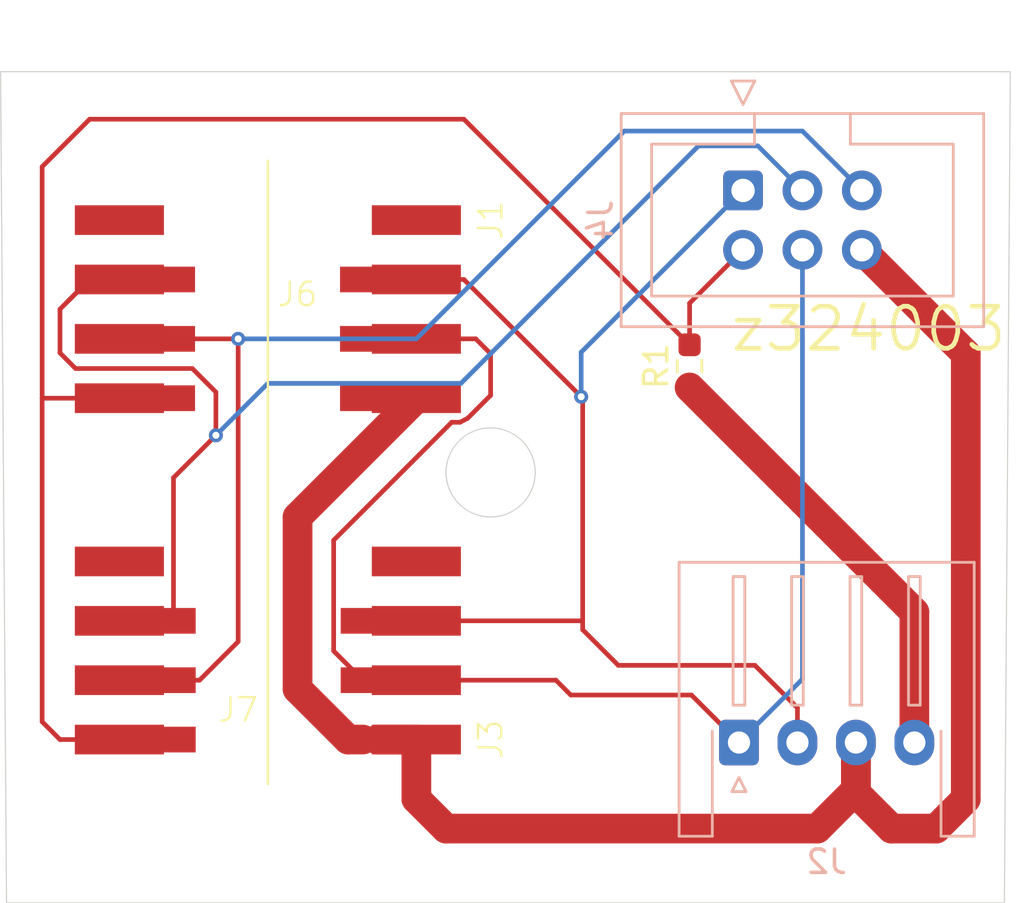
<source format=kicad_pcb>
(kicad_pcb (version 20241229) (generator "pcbnew") (generator_version "9.0")
  (layers (0 "F.Cu" signal) (2 "B.Cu" signal) (13 "F.Paste" user) (15 "B.Paste" user) (5 "F.SilkS" user "F.Silkscreen") (7 "B.SilkS" user "B.Silkscreen") (1 "F.Mask" user) (3 "B.Mask" user) (25 "Edge.Cuts" user))
  (net 0 "")
  (net 1 "GND")
  (net 2 "VCC")
  (net 3 "SCK")
  (net 4 "RST")
  (net 5 "MISO")
  (net 6 "MOSI")
  (net 11 "+12V")
  (footprint "Resistor_SMD:R_0603_1608Metric_Pad0.98x0.95mm_HandSolder" (layer "F.Cu") (at 139.954 142.1365 90)
    (property "Reference" "R1" (at 0 -1.43 90) (layer "F.SilkS"))
    (property "Value" "270")
    (fp_line (start -0.254724 -0.5225) (end 0.254724 -0.5225) (stroke (width 0.12)) (layer "F.SilkS"))
    (fp_line (start -0.254724 0.5225) (end 0.254724 0.5225) (stroke (width 0.12)) (layer "F.SilkS"))
    (pad "1" smd roundrect (at -0.9125 0 90) (size 0.975 0.95) (layers "F.Cu" "F.Mask" "F.Paste") (net 11 "+12V"))
    (pad "2" smd roundrect (at 0.9125 0 90) (size 0.975 0.95) (layers "F.Cu" "F.Mask" "F.Paste") (net 2 "VCC"))
  )
  (footprint "SIM:4FF-SIM" (layer "F.Cu") (at 121.934 149.225)
    (property "Reference" "J7" (at -1.284 7.62 0) (layer "F.SilkS") (effects (font (thickness 0.1))))
    (property "Value" "Conn_02x03_Top_Bottom")
    (pad "1" smd rect (at -4.05 8.89) (size 1.9 1.1) (layers "F.Cu" "F.Mask" "F.Paste") (net 2 "VCC"))
    (pad "2" smd rect (at -4.05 6.35) (size 1.9 1.1) (layers "F.Cu" "F.Mask" "F.Paste") (net 4 "RST"))
    (pad "3" smd rect (at -4.05 3.81) (size 1.9 1.1) (layers "F.Cu" "F.Mask" "F.Paste") (net 3 "SCK"))
    (pad "4" smd rect (at 4.05 8.89) (size 1.9 1.1) (layers "F.Cu" "F.Mask" "F.Paste") (net 1 "GND"))
    (pad "5" smd rect (at 4.05 6.35) (size 1.9 1.1) (layers "F.Cu" "F.Mask" "F.Paste") (net 6 "MOSI"))
    (pad "6" smd rect (at 4.05 3.81) (size 1.9 1.1) (layers "F.Cu" "F.Mask" "F.Paste") (net 5 "MISO"))
  )
  (footprint "SIM:SIMsocket" (layer "F.Cu") (at 112.395 153.035 90)
    (property "Reference" "J3" (at -5.08 19.05 90) (layer "F.SilkS") (effects (font (thickness 0.1))))
    (property "Value" "Conn_02x04_Counter_Clockwise")
    (pad "1" smd rect (at -5.08 15.875 90) (size 1.27 3.81) (layers "F.Cu" "F.Mask") (net 1 "GND"))
    (pad "2" smd rect (at -2.54 15.875 90) (size 1.27 3.81) (layers "F.Cu" "F.Mask") (net 6 "MOSI"))
    (pad "3" smd rect (at 0 15.875 90) (size 1.27 3.81) (layers "F.Cu" "F.Mask") (net 5 "MISO"))
    (pad "4" smd rect (at 2.54 15.875 90) (size 1.27 3.81) (layers "F.Cu" "F.Mask"))
    (pad "5" smd rect (at 2.54 3.175 90) (size 1.27 3.81) (layers "F.Cu" "F.Mask"))
    (pad "6" smd rect (at 0 3.175 90) (size 1.27 3.81) (layers "F.Cu" "F.Mask") (net 3 "SCK"))
    (pad "7" smd rect (at -2.54 3.175 90) (size 1.27 3.81) (layers "F.Cu" "F.Mask") (net 4 "RST"))
    (pad "8" smd rect (at -5.08 3.175 90) (size 1.27 3.81) (layers "F.Cu" "F.Mask") (net 2 "VCC"))
  )
  (footprint "SIM:SIMsocket" (layer "F.Cu") (at 112.395 138.43 90)
    (property "Reference" "J1" (at 2.54 19.05 90) (layer "F.SilkS") (effects (font (thickness 0.1))))
    (property "Value" "Conn_02x04_Counter_Clockwise")
    (pad "1" smd rect (at -5.08 15.875 90) (size 1.27 3.81) (layers "F.Cu" "F.Mask") (net 1 "GND"))
    (pad "2" smd rect (at -2.54 15.875 90) (size 1.27 3.81) (layers "F.Cu" "F.Mask") (net 6 "MOSI"))
    (pad "3" smd rect (at 0 15.875 90) (size 1.27 3.81) (layers "F.Cu" "F.Mask") (net 5 "MISO"))
    (pad "4" smd rect (at 2.54 15.875 90) (size 1.27 3.81) (layers "F.Cu" "F.Mask"))
    (pad "5" smd rect (at 2.54 3.175 90) (size 1.27 3.81) (layers "F.Cu" "F.Mask"))
    (pad "6" smd rect (at 0 3.175 90) (size 1.27 3.81) (layers "F.Cu" "F.Mask") (net 3 "SCK"))
    (pad "7" smd rect (at -2.54 3.175 90) (size 1.27 3.81) (layers "F.Cu" "F.Mask") (net 4 "RST"))
    (pad "8" smd rect (at -5.08 3.175 90) (size 1.27 3.81) (layers "F.Cu" "F.Mask") (net 2 "VCC"))
  )
  (footprint "SIM:4FF-SIM" (layer "F.Cu") (at 121.906 134.62)
    (property "Reference" "J6" (at 1.284 4.445 0) (layer "F.SilkS") (effects (font (thickness 0.1))))
    (property "Value" "Conn_02x03_Top_Bottom")
    (pad "1" smd rect (at -4.05 8.89) (size 1.9 1.1) (layers "F.Cu" "F.Mask" "F.Paste") (net 2 "VCC"))
    (pad "2" smd rect (at -4.05 6.35) (size 1.9 1.1) (layers "F.Cu" "F.Mask" "F.Paste") (net 4 "RST"))
    (pad "3" smd rect (at -4.05 3.81) (size 1.9 1.1) (layers "F.Cu" "F.Mask" "F.Paste") (net 3 "SCK"))
    (pad "4" smd rect (at 4.05 8.89) (size 1.9 1.1) (layers "F.Cu" "F.Mask" "F.Paste") (net 1 "GND"))
    (pad "5" smd rect (at 4.05 6.35) (size 1.9 1.1) (layers "F.Cu" "F.Mask" "F.Paste") (net 6 "MOSI"))
    (pad "6" smd rect (at 4.05 3.81) (size 1.9 1.1) (layers "F.Cu" "F.Mask" "F.Paste") (net 5 "MISO"))
  )
  (footprint "Connector_IDC:IDC-Header_2x03_P2.54mm_Vertical" (layer "B.Cu") (at 142.24 134.62 -90)
    (property "Reference" "J4" (at 1.27 6.1 90) (layer "B.SilkS") (effects (justify mirror)))
    (property "Value" "Conn_02x03_Odd_Even")
    (fp_line (start -3.29 5.21) (end 5.83 5.21) (stroke (width 0.12)) (layer "B.SilkS"))
    (fp_line (start 5.83 5.21) (end 5.83 -10.29) (stroke (width 0.12)) (layer "B.SilkS"))
    (fp_line (start -1.98 3.91) (end 4.52 3.91) (stroke (width 0.12)) (layer "B.SilkS"))
    (fp_line (start 4.52 3.91) (end 4.52 -8.99) (stroke (width 0.12)) (layer "B.SilkS"))
    (fp_line (start -4.68 0.5) (end -4.68 -0.5) (stroke (width 0.12)) (layer "B.SilkS"))
    (fp_line (start -3.68 0) (end -4.68 0.5) (stroke (width 0.12)) (layer "B.SilkS"))
    (fp_line (start -3.29 -0.49) (end -1.98 -0.49) (stroke (width 0.12)) (layer "B.SilkS"))
    (fp_line (start -1.98 -0.49) (end -1.98 3.91) (stroke (width 0.12)) (layer "B.SilkS"))
    (fp_line (start -4.68 -0.5) (end -3.68 0) (stroke (width 0.12)) (layer "B.SilkS"))
    (fp_line (start -1.98 -4.59) (end -3.29 -4.59) (stroke (width 0.12)) (layer "B.SilkS"))
    (fp_line (start -1.98 -4.59) (end -1.98 -4.59) (stroke (width 0.12)) (layer "B.SilkS"))
    (fp_line (start -1.98 -8.99) (end -1.98 -4.59) (stroke (width 0.12)) (layer "B.SilkS"))
    (fp_line (start 4.52 -8.99) (end -1.98 -8.99) (stroke (width 0.12)) (layer "B.SilkS"))
    (fp_line (start -3.29 -10.29) (end -3.29 5.21) (stroke (width 0.12)) (layer "B.SilkS"))
    (fp_line (start 5.83 -10.29) (end -3.29 -10.29) (stroke (width 0.12)) (layer "B.SilkS"))
    (pad "1" thru_hole roundrect (at 0 0 270) (size 1.7 1.7) (drill 1) (layers "*.Cu" "*.Mask") (roundrect_rratio 0.147059) (net 5 "MISO"))
    (pad "2" thru_hole circle (at 2.54 0 270) (size 1.7 1.7) (drill 1) (layers "*.Cu" "*.Mask") (net 2 "VCC"))
    (pad "3" thru_hole circle (at 0 -2.54 270) (size 1.7 1.7) (drill 1) (layers "*.Cu" "*.Mask") (net 3 "SCK"))
    (pad "4" thru_hole circle (at 2.54 -2.54 270) (size 1.7 1.7) (drill 1) (layers "*.Cu" "*.Mask") (net 6 "MOSI"))
    (pad "5" thru_hole circle (at 0 -5.08 270) (size 1.7 1.7) (drill 1) (layers "*.Cu" "*.Mask") (net 4 "RST"))
    (pad "6" thru_hole circle (at 2.54 -5.08 270) (size 1.7 1.7) (drill 1) (layers "*.Cu" "*.Mask") (net 1 "GND"))
  )
  (footprint "Connector_JST:JST_XH_S4B-XH-A-1_1x04_P2.50mm_Horizontal" (layer "B.Cu") (at 142.066 158.242)
    (property "Reference" "J2" (at 3.75 5.1 0) (layer "B.SilkS") (effects (justify mirror)))
    (property "Value" "Conn_01x04_Pin")
    (fp_line (start -2.56 -7.71) (end 3.75 -7.71) (stroke (width 0.12)) (layer "B.SilkS"))
    (fp_line (start -2.56 4.01) (end -2.56 -7.71) (stroke (width 0.12)) (layer "B.SilkS"))
    (fp_line (start -1.14 -0.49) (end -1.14 4.01) (stroke (width 0.12)) (layer "B.SilkS"))
    (fp_line (start -1.14 4.01) (end -2.56 4.01) (stroke (width 0.12)) (layer "B.SilkS"))
    (fp_line (start -0.3 2.1) (end 0 1.5) (stroke (width 0.12)) (layer "B.SilkS"))
    (fp_line (start -0.25 -7.1) (end -0.25 -1.6) (stroke (width 0.12)) (layer "B.SilkS"))
    (fp_line (start -0.25 -1.6) (end 0.25 -1.6) (stroke (width 0.12)) (layer "B.SilkS"))
    (fp_line (start 0 1.5) (end 0.3 2.1) (stroke (width 0.12)) (layer "B.SilkS"))
    (fp_line (start 0.25 -7.1) (end -0.25 -7.1) (stroke (width 0.12)) (layer "B.SilkS"))
    (fp_line (start 0.25 -1.6) (end 0.25 -7.1) (stroke (width 0.12)) (layer "B.SilkS"))
    (fp_line (start 0.3 2.1) (end -0.3 2.1) (stroke (width 0.12)) (layer "B.SilkS"))
    (fp_line (start 2.25 -7.1) (end 2.25 -1.6) (stroke (width 0.12)) (layer "B.SilkS"))
    (fp_line (start 2.25 -1.6) (end 2.75 -1.6) (stroke (width 0.12)) (layer "B.SilkS"))
    (fp_line (start 2.75 -7.1) (end 2.25 -7.1) (stroke (width 0.12)) (layer "B.SilkS"))
    (fp_line (start 2.75 -1.6) (end 2.75 -7.1) (stroke (width 0.12)) (layer "B.SilkS"))
    (fp_line (start 4.75 -7.1) (end 4.75 -1.6) (stroke (width 0.12)) (layer "B.SilkS"))
    (fp_line (start 4.75 -1.6) (end 5.25 -1.6) (stroke (width 0.12)) (layer "B.SilkS"))
    (fp_line (start 5.25 -7.1) (end 4.75 -7.1) (stroke (width 0.12)) (layer "B.SilkS"))
    (fp_line (start 5.25 -1.6) (end 5.25 -7.1) (stroke (width 0.12)) (layer "B.SilkS"))
    (fp_line (start 7.25 -7.1) (end 7.25 -1.6) (stroke (width 0.12)) (layer "B.SilkS"))
    (fp_line (start 7.25 -1.6) (end 7.75 -1.6) (stroke (width 0.12)) (layer "B.SilkS"))
    (fp_line (start 7.75 -7.1) (end 7.25 -7.1) (stroke (width 0.12)) (layer "B.SilkS"))
    (fp_line (start 7.75 -1.6) (end 7.75 -7.1) (stroke (width 0.12)) (layer "B.SilkS"))
    (fp_line (start 8.64 -0.49) (end 8.64 4.01) (stroke (width 0.12)) (layer "B.SilkS"))
    (fp_line (start 8.64 4.01) (end 10.06 4.01) (stroke (width 0.12)) (layer "B.SilkS"))
    (fp_line (start 10.06 -7.71) (end 3.75 -7.71) (stroke (width 0.12)) (layer "B.SilkS"))
    (fp_line (start 10.06 4.01) (end 10.06 -7.71) (stroke (width 0.12)) (layer "B.SilkS"))
    (pad "1" thru_hole roundrect (at 0 0) (size 1.7 1.95) (drill 0.95) (layers "*.Cu" "*.Mask") (roundrect_rratio 0.147059) (net 6 "MOSI"))
    (pad "2" thru_hole oval (at 2.5 0) (size 1.7 1.95) (drill 0.95) (layers "*.Cu" "*.Mask") (net 5 "MISO"))
    (pad "3" thru_hole oval (at 5 0) (size 1.7 1.95) (drill 0.95) (layers "*.Cu" "*.Mask") (net 1 "GND"))
    (pad "4" thru_hole oval (at 7.5 0) (size 1.7 1.95) (drill 0.95) (layers "*.Cu" "*.Mask") (net 11 "+12V"))
  )
  (gr_line (start 121.92 160.02) (end 121.92 133.35) (stroke (width 0.1)) (layer "F.SilkS"))
  (gr_circle (center 131.445 146.685) (end 133.35 146.685) (stroke (width 0.05)) (fill no) (layer "Edge.Cuts"))
  (gr_poly (pts (xy 153.67 129.54) (xy 110.49 129.54) (xy 110.744 165.1) (xy 153.416 165.1)) (stroke (width 0.05)) (fill no) (layer "Edge.Cuts"))
  (gr_text "z324003" (at 141.605 141.605 0) (layer "F.SilkS") (effects (font (size 1.8 1.8) (thickness 0.2)) (justify left bottom)))
  (segment (start 148.59 161.925) (end 150.495 161.925) (width 1.27) (layer "F.Cu") (net 1))
  (segment (start 123.19 148.59) (end 123.19 155.953) (width 1.27) (layer "F.Cu") (net 1))
  (segment (start 147.066 158.242) (end 147.066 160.274) (width 1.27) (layer "F.Cu") (net 1))
  (segment (start 128.27 160.655) (end 128.27 158.115) (width 1.27) (layer "F.Cu") (net 1))
  (segment (start 125.352 158.115) (end 125.984 158.115) (width 1.27) (layer "F.Cu") (net 1))
  (segment (start 151.765 141.605) (end 147.32 137.16) (width 1.27) (layer "F.Cu") (net 1))
  (segment (start 129.54 161.925) (end 128.27 160.655) (width 1.27) (layer "F.Cu") (net 1))
  (segment (start 151.765 160.655) (end 151.765 141.605) (width 1.27) (layer "F.Cu") (net 1))
  (segment (start 147.066 160.401) (end 148.59 161.925) (width 1.27) (layer "F.Cu") (net 1))
  (segment (start 145.415 161.925) (end 129.54 161.925) (width 1.27) (layer "F.Cu") (net 1))
  (segment (start 123.19 155.953) (end 125.352 158.115) (width 1.27) (layer "F.Cu") (net 1))
  (segment (start 147.066 160.274) (end 147.066 160.401) (width 1.27) (layer "F.Cu") (net 1))
  (segment (start 128.27 143.51) (end 123.19 148.59) (width 1.27) (layer "F.Cu") (net 1))
  (segment (start 147.066 158.242) (end 147.066 160.274) (width 1.27) (layer "F.Cu") (net 1))
  (segment (start 150.495 161.925) (end 151.765 160.655) (width 1.27) (layer "F.Cu") (net 1))
  (segment (start 126.6 158.115) (end 128.27 158.115) (width 1.27) (layer "F.Cu") (net 1))
  (segment (start 147.066 160.274) (end 145.415 161.925) (width 1.27) (layer "F.Cu") (net 1))
  (segment (start 113.03 158.115) (end 115.57 158.115) (width 0.2) (layer "F.Cu") (net 2))
  (segment (start 139.954 139.446) (end 142.24 137.16) (width 0.2) (layer "F.Cu") (net 2))
  (segment (start 130.302 131.572) (end 114.3 131.572) (width 0.2) (layer "F.Cu") (net 2))
  (segment (start 114.3 131.572) (end 112.268 133.604) (width 0.2) (layer "F.Cu") (net 2))
  (segment (start 112.268 133.604) (end 112.268 143.51) (width 0.2) (layer "F.Cu") (net 2))
  (segment (start 112.268 143.51) (end 112.268 157.353) (width 0.2) (layer "F.Cu") (net 2))
  (segment (start 112.268 143.51) (end 115.57 143.51) (width 0.2) (layer "F.Cu") (net 2))
  (segment (start 139.954 141.224) (end 139.954 139.446) (width 0.2) (layer "F.Cu") (net 2))
  (segment (start 139.954 141.224) (end 130.302 131.572) (width 0.2) (layer "F.Cu") (net 2))
  (segment (start 112.268 157.353) (end 113.03 158.115) (width 0.2) (layer "F.Cu") (net 2))
  (segment (start 115.57 143.51) (end 116.205 143.51) (width 0.2) (layer "F.Cu") (net 2))
  (segment (start 115.57 158.115) (end 116.205 158.115) (width 0.2) (layer "F.Cu") (net 2))
  (segment (start 113.698 142.24) (end 118.688 142.24) (width 0.2) (layer "F.Cu") (net 3))
  (segment (start 114.3 138.43) (end 113.364 139.366) (width 0.2) (layer "F.Cu") (net 3))
  (segment (start 117.884 146.911) (end 119.6975 145.0975) (width 0.2) (layer "F.Cu") (net 3))
  (segment (start 113.03 141.572) (end 113.698 142.24) (width 0.2) (layer "F.Cu") (net 3))
  (segment (start 116.84 153.035) (end 115.57 153.035) (width 0.2) (layer "F.Cu") (net 3))
  (segment (start 117.884 153.035) (end 117.884 146.911) (width 0.2) (layer "F.Cu") (net 3))
  (segment (start 113.03 139.7) (end 113.03 141.572) (width 0.2) (layer "F.Cu") (net 3))
  (segment (start 118.688 142.24) (end 119.6975 143.2495) (width 0.2) (layer "F.Cu") (net 3))
  (segment (start 113.364 139.366) (end 113.03 139.7) (width 0.2) (layer "F.Cu") (net 3))
  (segment (start 115.57 138.43) (end 114.3 138.43) (width 0.2) (layer "F.Cu") (net 3))
  (segment (start 114.3 138.43) (end 113.364 139.366) (width 0.2) (layer "F.Cu") (net 3))
  (segment (start 119.6975 143.2495) (end 119.6975 145.0975) (width 0.2) (layer "F.Cu") (net 3))
  (via (at 119.6975 145.0975) (size 0.6) (drill 0.3) (layers "F.Cu" "B.Cu") (net 3))
  (segment (start 142.875 132.715) (end 140.335 132.715) (width 0.2) (layer "B.Cu") (net 3))
  (segment (start 130.175 142.875) (end 121.92 142.875) (width 0.2) (layer "B.Cu") (net 3))
  (segment (start 121.92 142.875) (end 119.6975 145.0975) (width 0.2) (layer "B.Cu") (net 3))
  (segment (start 144.78 134.62) (end 142.875 132.715) (width 0.2) (layer "B.Cu") (net 3))
  (segment (start 140.335 132.715) (end 130.175 142.875) (width 0.2) (layer "B.Cu") (net 3))
  (segment (start 118.999 155.575) (end 120.65 153.924) (width 0.2) (layer "F.Cu") (net 4))
  (segment (start 120.65 153.924) (end 120.65 140.97) (width 0.2) (layer "F.Cu") (net 4))
  (segment (start 115.57 155.575) (end 118.999 155.575) (width 0.2) (layer "F.Cu") (net 4))
  (segment (start 115.57 140.97) (end 120.65 140.97) (width 0.2) (layer "F.Cu") (net 4))
  (via (at 120.65 140.97) (size 0.6) (drill 0.3) (layers "F.Cu" "B.Cu") (net 4))
  (segment (start 147.32 134.62) (end 144.78 132.08) (width 0.2) (layer "B.Cu") (net 4))
  (segment (start 144.78 132.08) (end 137.16 132.08) (width 0.2) (layer "B.Cu") (net 4))
  (segment (start 137.16 132.08) (end 128.27 140.97) (width 0.2) (layer "B.Cu") (net 4))
  (segment (start 128.27 140.97) (end 120.65 140.97) (width 0.2) (layer "B.Cu") (net 4))
  (segment (start 144.566 158.242) (end 144.566 156.758) (width 0.2) (layer "F.Cu") (net 5))
  (segment (start 135.382 153.416) (end 135.382 153.035) (width 0.2) (layer "F.Cu") (net 5))
  (segment (start 136.906 154.94) (end 135.382 153.416) (width 0.2) (layer "F.Cu") (net 5))
  (segment (start 135.318 143.446) (end 130.302 138.43) (width 0.2) (layer "F.Cu") (net 5))
  (segment (start 127.635 153.035) (end 128.27 153.035) (width 0.2) (layer "F.Cu") (net 5))
  (segment (start 144.566 156.758) (end 142.748 154.94) (width 0.2) (layer "F.Cu") (net 5))
  (segment (start 128.27 138.43) (end 127.635 138.43) (width 0.2) (layer "F.Cu") (net 5))
  (segment (start 135.382 143.51) (end 135.318 143.446) (width 0.2) (layer "F.Cu") (net 5))
  (segment (start 128.27 153.035) (end 135.382 153.035) (width 0.2) (layer "F.Cu") (net 5))
  (segment (start 130.302 138.43) (end 128.27 138.43) (width 0.2) (layer "F.Cu") (net 5))
  (segment (start 142.748 154.94) (end 136.906 154.94) (width 0.2) (layer "F.Cu") (net 5))
  (segment (start 135.382 153.035) (end 135.382 143.51) (width 0.2) (layer "F.Cu") (net 5))
  (via (at 135.318 143.446) (size 0.6) (drill 0.3) (layers "F.Cu" "B.Cu") (net 5))
  (segment (start 135.318 141.542) (end 142.24 134.62) (width 0.2) (layer "B.Cu") (net 5))
  (segment (start 135.318 143.446) (end 135.318 141.542) (width 0.2) (layer "B.Cu") (net 5))
  (segment (start 129.781 144.539) (end 124.733 149.587) (width 0.2) (layer "F.Cu") (net 6))
  (segment (start 127.67 155.575) (end 128.27 155.575) (width 0.2) (layer "F.Cu") (net 6))
  (segment (start 128.27 155.575) (end 134.239 155.575) (width 0.2) (layer "F.Cu") (net 6))
  (segment (start 131.445 141.605) (end 131.445 143.388) (width 0.2) (layer "F.Cu") (net 6))
  (segment (start 124.733 154.324) (end 125.984 155.575) (width 0.2) (layer "F.Cu") (net 6))
  (segment (start 134.874 156.21) (end 140.034 156.21) (width 0.2) (layer "F.Cu") (net 6))
  (segment (start 130.81 140.97) (end 131.445 141.605) (width 0.2) (layer "F.Cu") (net 6))
  (segment (start 127.635 140.97) (end 128.27 140.97) (width 0.2) (layer "F.Cu") (net 6))
  (segment (start 127.635 155.575) (end 127.67 155.575) (width 0.2) (layer "F.Cu") (net 6))
  (segment (start 131.445 143.388) (end 130.462 144.371) (width 0.2) (layer "F.Cu") (net 6))
  (segment (start 124.733 149.587) (end 124.733 154.324) (width 0.2) (layer "F.Cu") (net 6))
  (segment (start 130.462 144.371) (end 130.135 144.539) (width 0.2) (layer "F.Cu") (net 6))
  (segment (start 127.67 155.575) (end 128.27 155.575) (width 0.2) (layer "F.Cu") (net 6))
  (segment (start 134.239 155.575) (end 134.874 156.21) (width 0.2) (layer "F.Cu") (net 6))
  (segment (start 130.135 144.539) (end 129.781 144.539) (width 0.2) (layer "F.Cu") (net 6))
  (segment (start 140.034 156.21) (end 142.066 158.242) (width 0.2) (layer "F.Cu") (net 6))
  (segment (start 128.27 140.97) (end 130.81 140.97) (width 0.2) (layer "F.Cu") (net 6))
  (segment (start 144.78 155.528) (end 144.78 137.16) (width 0.2) (layer "B.Cu") (net 6))
  (segment (start 142.066 158.242) (end 144.78 155.528) (width 0.2) (layer "B.Cu") (net 6))
  (segment (start 149.566 158.242) (end 149.566 152.661) (width 1.27) (layer "F.Cu") (net 11))
  (segment (start 149.566 152.661) (end 139.954 143.049) (width 1.27) (layer "F.Cu") (net 11))
)
</source>
